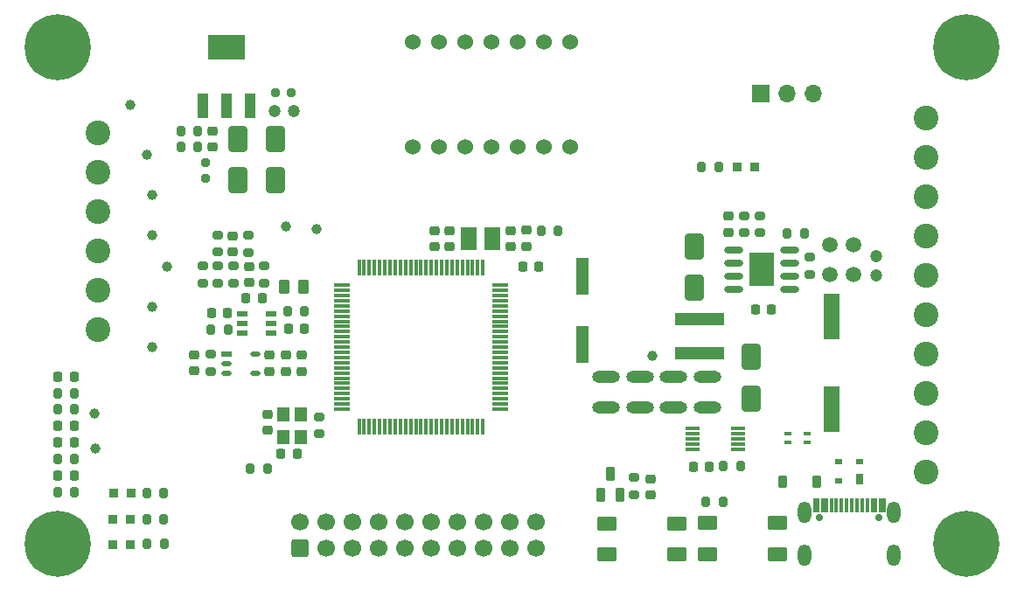
<source format=gbr>
%TF.GenerationSoftware,KiCad,Pcbnew,7.0.9*%
%TF.CreationDate,2025-05-07T10:44:47+08:00*%
%TF.ProjectId,HPM5300RDCRevB,48504d35-3330-4305-9244-43526576422e,REVC*%
%TF.SameCoordinates,Original*%
%TF.FileFunction,Soldermask,Top*%
%TF.FilePolarity,Negative*%
%FSLAX46Y46*%
G04 Gerber Fmt 4.6, Leading zero omitted, Abs format (unit mm)*
G04 Created by KiCad (PCBNEW 7.0.9) date 2025-05-07 10:44:47*
%MOMM*%
%LPD*%
G01*
G04 APERTURE LIST*
G04 Aperture macros list*
%AMRoundRect*
0 Rectangle with rounded corners*
0 $1 Rounding radius*
0 $2 $3 $4 $5 $6 $7 $8 $9 X,Y pos of 4 corners*
0 Add a 4 corners polygon primitive as box body*
4,1,4,$2,$3,$4,$5,$6,$7,$8,$9,$2,$3,0*
0 Add four circle primitives for the rounded corners*
1,1,$1+$1,$2,$3*
1,1,$1+$1,$4,$5*
1,1,$1+$1,$6,$7*
1,1,$1+$1,$8,$9*
0 Add four rect primitives between the rounded corners*
20,1,$1+$1,$2,$3,$4,$5,0*
20,1,$1+$1,$4,$5,$6,$7,0*
20,1,$1+$1,$6,$7,$8,$9,0*
20,1,$1+$1,$8,$9,$2,$3,0*%
G04 Aperture macros list end*
%ADD10RoundRect,0.200000X0.200000X0.275000X-0.200000X0.275000X-0.200000X-0.275000X0.200000X-0.275000X0*%
%ADD11RoundRect,0.225000X0.225000X0.250000X-0.225000X0.250000X-0.225000X-0.250000X0.225000X-0.250000X0*%
%ADD12R,0.750000X0.400000*%
%ADD13C,1.200000*%
%ADD14C,1.000000*%
%ADD15R,1.400000X0.300000*%
%ADD16RoundRect,0.225000X0.250000X-0.225000X0.250000X0.225000X-0.250000X0.225000X-0.250000X-0.225000X0*%
%ADD17C,0.700000*%
%ADD18O,1.301600X2.101600*%
%ADD19RoundRect,0.050000X-0.150000X-0.650000X0.150000X-0.650000X0.150000X0.650000X-0.150000X0.650000X0*%
%ADD20R,0.980000X2.340000*%
%ADD21R,3.600000X2.340000*%
%ADD22RoundRect,0.200000X-0.275000X0.200000X-0.275000X-0.200000X0.275000X-0.200000X0.275000X0.200000X0*%
%ADD23RoundRect,0.225000X-0.250000X0.225000X-0.250000X-0.225000X0.250000X-0.225000X0.250000X0.225000X0*%
%ADD24RoundRect,0.200000X0.275000X-0.200000X0.275000X0.200000X-0.275000X0.200000X-0.275000X-0.200000X0*%
%ADD25C,1.500000*%
%ADD26R,1.016000X0.508000*%
%ADD27O,1.016000X0.508000*%
%ADD28RoundRect,0.250000X-0.650000X1.000000X-0.650000X-1.000000X0.650000X-1.000000X0.650000X1.000000X0*%
%ADD29RoundRect,0.050800X-0.849650X-0.599450X0.849650X-0.599450X0.849650X0.599450X-0.849650X0.599450X0*%
%ADD30C,2.400000*%
%ADD31RoundRect,0.050800X0.400050X-0.400050X0.400050X0.400050X-0.400050X0.400050X-0.400050X-0.400050X0*%
%ADD32R,1.635000X2.160000*%
%ADD33RoundRect,0.225000X-0.225000X-0.250000X0.225000X-0.250000X0.225000X0.250000X-0.225000X0.250000X0*%
%ADD34R,1.700000X1.700000*%
%ADD35O,1.700000X1.700000*%
%ADD36C,0.950000*%
%ADD37R,1.200000X1.400000*%
%ADD38R,1.650000X4.500000*%
%ADD39RoundRect,0.200000X-0.200000X-0.275000X0.200000X-0.275000X0.200000X0.275000X-0.200000X0.275000X0*%
%ADD40RoundRect,0.250000X0.650000X-1.000000X0.650000X1.000000X-0.650000X1.000000X-0.650000X-1.000000X0*%
%ADD41R,4.700000X1.250000*%
%ADD42C,6.400000*%
%ADD43C,1.524000*%
%ADD44RoundRect,0.050800X-0.400050X0.400050X-0.400050X-0.400050X0.400050X-0.400050X0.400050X0.400050X0*%
%ADD45RoundRect,0.225000X-0.225000X-0.375000X0.225000X-0.375000X0.225000X0.375000X-0.225000X0.375000X0*%
%ADD46RoundRect,0.050800X-0.350000X0.625000X-0.350000X-0.625000X0.350000X-0.625000X0.350000X0.625000X0*%
%ADD47RoundRect,0.250000X0.262500X0.450000X-0.262500X0.450000X-0.262500X-0.450000X0.262500X-0.450000X0*%
%ADD48O,1.865000X0.630000*%
%ADD49R,2.400000X3.300000*%
%ADD50RoundRect,0.250000X0.600000X-0.600000X0.600000X0.600000X-0.600000X0.600000X-0.600000X-0.600000X0*%
%ADD51C,1.700000*%
%ADD52O,2.700000X1.150000*%
%ADD53R,0.700000X1.000000*%
%ADD54R,0.700000X0.600000*%
%ADD55RoundRect,0.075000X0.725000X0.075000X-0.725000X0.075000X-0.725000X-0.075000X0.725000X-0.075000X0*%
%ADD56RoundRect,0.075000X0.075000X0.725000X-0.075000X0.725000X-0.075000X-0.725000X0.075000X-0.725000X0*%
%ADD57R,1.260000X3.610000*%
%ADD58R,1.000000X0.550000*%
G04 APERTURE END LIST*
D10*
%TO.C,R51*%
X112820200Y-122060000D03*
X111170200Y-122060000D03*
%TD*%
D11*
%TO.C,C42*%
X134375000Y-121500000D03*
X132825000Y-121500000D03*
%TD*%
D12*
%TO.C,L9*%
X183720200Y-120430000D03*
X181870200Y-120430000D03*
X181870200Y-119630000D03*
X183720200Y-119630000D03*
%TD*%
D13*
%TO.C,C24*%
X190450000Y-104300000D03*
X190450000Y-102400000D03*
%TD*%
D14*
%TO.C,T5*%
X121760000Y-103450000D03*
%TD*%
D15*
%TO.C,U9*%
X177041990Y-121080000D03*
X177041990Y-120580000D03*
X177041990Y-120080000D03*
X177041990Y-119580000D03*
X177041990Y-119080000D03*
X172641990Y-119080000D03*
X172641990Y-119580000D03*
X172641990Y-120080000D03*
X172641990Y-120580000D03*
X172641990Y-121080000D03*
%TD*%
D16*
%TO.C,C17*%
X131715200Y-113560000D03*
X131715200Y-112010000D03*
%TD*%
D11*
%TO.C,C11*%
X112770200Y-123660000D03*
X111220200Y-123660000D03*
%TD*%
D17*
%TO.C,J1*%
X184955200Y-127754050D03*
X190735200Y-127754050D03*
D18*
X183524900Y-127224050D03*
X192165100Y-127224150D03*
X183525000Y-131404050D03*
X192165200Y-131404150D03*
D19*
X184495200Y-126573950D03*
X185295300Y-126573950D03*
X186595300Y-126573950D03*
X187595300Y-126573950D03*
X188095100Y-126573950D03*
X189094900Y-126573950D03*
X190395400Y-126574150D03*
X191195200Y-126573950D03*
X190895200Y-126573950D03*
X190095100Y-126574150D03*
X189595300Y-126573950D03*
X188595300Y-126573950D03*
X187095100Y-126573950D03*
X186095100Y-126573950D03*
X185595300Y-126573950D03*
X184795200Y-126573950D03*
%TD*%
D14*
%TO.C,TP4*%
X168750000Y-112050000D03*
%TD*%
D16*
%TO.C,C28*%
X176100000Y-100100000D03*
X176100000Y-98550000D03*
%TD*%
D10*
%TO.C,R16*%
X131515000Y-123010000D03*
X129865000Y-123010000D03*
%TD*%
D16*
%TO.C,C76*%
X129710200Y-104975000D03*
X129710200Y-103425000D03*
%TD*%
D20*
%TO.C,U17*%
X125225000Y-87870000D03*
X127525000Y-87870000D03*
X129825000Y-87870000D03*
D21*
X127525000Y-82130000D03*
%TD*%
D16*
%TO.C,C58*%
X149175200Y-101475000D03*
X149175200Y-99925000D03*
%TD*%
D10*
%TO.C,R11*%
X124750000Y-91825000D03*
X123100000Y-91825000D03*
%TD*%
D22*
%TO.C,R120*%
X128235200Y-103375000D03*
X128235200Y-105025000D03*
%TD*%
D23*
%TO.C,C64*%
X126225000Y-90275000D03*
X126225000Y-91825000D03*
%TD*%
D24*
%TO.C,R6*%
X179150000Y-100150000D03*
X179150000Y-98500000D03*
%TD*%
D23*
%TO.C,C16*%
X124445200Y-111980000D03*
X124445200Y-113530000D03*
%TD*%
%TO.C,C77*%
X128160200Y-100425000D03*
X128160200Y-101975000D03*
%TD*%
D24*
%TO.C,R114*%
X131200000Y-105025000D03*
X131200000Y-103375000D03*
%TD*%
D22*
%TO.C,R4*%
X184050000Y-102525000D03*
X184050000Y-104175000D03*
%TD*%
D25*
%TO.C,C27*%
X185950000Y-104225000D03*
X185950000Y-101275000D03*
%TD*%
D24*
%TO.C,R111*%
X125235200Y-105025000D03*
X125235200Y-103375000D03*
%TD*%
D26*
%TO.C,U4*%
X127538200Y-111865002D03*
D27*
X127538200Y-112815012D03*
X127538200Y-113764998D03*
X130332200Y-113764998D03*
X130332200Y-111865002D03*
%TD*%
D25*
%TO.C,C25*%
X188275000Y-104225000D03*
X188275000Y-101275000D03*
%TD*%
D28*
%TO.C,D12*%
X128650000Y-91050000D03*
X128650000Y-95050000D03*
%TD*%
D22*
%TO.C,R115*%
X129670200Y-100395000D03*
X129670200Y-102045000D03*
%TD*%
D10*
%TO.C,R13*%
X135115000Y-107760000D03*
X133465000Y-107760000D03*
%TD*%
D29*
%TO.C,SW2*%
X174068900Y-131251100D03*
X180871100Y-131251100D03*
X180871100Y-128248900D03*
X174068900Y-128248900D03*
%TD*%
D30*
%TO.C,J3*%
X195265200Y-123355000D03*
X195265200Y-119545000D03*
X195265200Y-115735000D03*
X195265200Y-111925000D03*
X195265200Y-108115000D03*
X195265200Y-104305000D03*
X195265200Y-100495000D03*
X195265200Y-96685000D03*
X195265200Y-92875000D03*
X195265200Y-89065000D03*
%TD*%
D10*
%TO.C,R32*%
X177290200Y-122760000D03*
X175640200Y-122760000D03*
%TD*%
D24*
%TO.C,R2*%
X126035200Y-113580000D03*
X126035200Y-111930000D03*
%TD*%
D31*
%TO.C,LED4*%
X118250900Y-127900000D03*
X116549100Y-127900000D03*
%TD*%
D32*
%TO.C,L4*%
X153318000Y-100725000D03*
X150982000Y-100725000D03*
%TD*%
D16*
%TO.C,C5*%
X168630000Y-125505000D03*
X168630000Y-123955000D03*
%TD*%
%TO.C,C56*%
X147695200Y-101475000D03*
X147695200Y-99925000D03*
%TD*%
D33*
%TO.C,C34*%
X156215000Y-103420000D03*
X157765000Y-103420000D03*
%TD*%
D14*
%TO.C,T4*%
X120360000Y-111210000D03*
%TD*%
D34*
%TO.C,J5*%
X179245000Y-86700000D03*
D35*
X181785000Y-86700000D03*
X184325000Y-86700000D03*
%TD*%
D36*
%TO.C,C2*%
X132275000Y-86550000D03*
X133825000Y-86550000D03*
%TD*%
D14*
%TO.C,T6*%
X119800000Y-92550000D03*
%TD*%
D24*
%TO.C,R113*%
X126730200Y-102025000D03*
X126730200Y-100375000D03*
%TD*%
D37*
%TO.C,X1*%
X134760000Y-119920000D03*
X134760000Y-117720000D03*
X133060000Y-117720000D03*
X133060000Y-119920000D03*
%TD*%
D16*
%TO.C,C37*%
X155100000Y-101465000D03*
X155100000Y-99915000D03*
%TD*%
D14*
%TO.C,T9*%
X120360000Y-96510000D03*
%TD*%
D13*
%TO.C,C71*%
X132200000Y-88325000D03*
X134100000Y-88325000D03*
%TD*%
D38*
%TO.C,C23*%
X186150000Y-108225000D03*
X186150000Y-117225000D03*
%TD*%
D39*
%TO.C,R38*%
X119845000Y-130290000D03*
X121495000Y-130290000D03*
%TD*%
%TO.C,R1*%
X126060200Y-109560000D03*
X127710200Y-109560000D03*
%TD*%
D40*
%TO.C,D10*%
X178325000Y-116175000D03*
X178325000Y-112175000D03*
%TD*%
D33*
%TO.C,C29*%
X178750000Y-107600000D03*
X180300000Y-107600000D03*
%TD*%
D28*
%TO.C,D11*%
X132325000Y-91025000D03*
X132325000Y-95025000D03*
%TD*%
D41*
%TO.C,L2*%
X173325000Y-108525000D03*
X173325000Y-111775000D03*
%TD*%
D14*
%TO.C,T3*%
X120360000Y-107300000D03*
%TD*%
D24*
%TO.C,R19*%
X167030000Y-125515000D03*
X167030000Y-123865000D03*
%TD*%
D11*
%TO.C,C12*%
X112770200Y-114060000D03*
X111220200Y-114060000D03*
%TD*%
D42*
%TO.C,FID2*%
X199175200Y-82153000D03*
%TD*%
D43*
%TO.C,LED6*%
X145575200Y-91820000D03*
X148115200Y-91820000D03*
X150655200Y-91820000D03*
X153195200Y-91820000D03*
X155735200Y-91820000D03*
X158275200Y-91820000D03*
X160815200Y-91820000D03*
X160815200Y-81660000D03*
X158275200Y-81660000D03*
X155735200Y-81660000D03*
X153195200Y-81660000D03*
X150655200Y-81660000D03*
X148115200Y-81660000D03*
X145575200Y-81660000D03*
%TD*%
D14*
%TO.C,T2*%
X114840000Y-121030000D03*
%TD*%
D44*
%TO.C,LED1*%
X176949100Y-93800000D03*
X178650900Y-93800000D03*
%TD*%
D10*
%TO.C,R9*%
X175625000Y-126170000D03*
X173975000Y-126170000D03*
%TD*%
D14*
%TO.C,T10*%
X133275000Y-99500000D03*
%TD*%
D33*
%TO.C,C26*%
X133515000Y-109400000D03*
X135065000Y-109400000D03*
%TD*%
D45*
%TO.C,D2*%
X181377700Y-124220000D03*
X184677700Y-124220000D03*
%TD*%
D30*
%TO.C,J4*%
X115095200Y-90475000D03*
X115095200Y-94285000D03*
X115095200Y-98095000D03*
X115095200Y-101905000D03*
X115095200Y-105715000D03*
X115095200Y-109525000D03*
%TD*%
D33*
%TO.C,C4*%
X126110200Y-107920000D03*
X127660200Y-107920000D03*
%TD*%
D23*
%TO.C,C41*%
X131520000Y-117695000D03*
X131520000Y-119245000D03*
%TD*%
D46*
%TO.C,D3*%
X163753800Y-125522450D03*
X165653800Y-125522450D03*
X164703800Y-123522450D03*
%TD*%
D31*
%TO.C,LED5*%
X118270000Y-130330000D03*
X116568200Y-130330000D03*
%TD*%
D47*
%TO.C,L6*%
X134952500Y-105370000D03*
X133127500Y-105370000D03*
%TD*%
D39*
%TO.C,R14*%
X173550000Y-93750000D03*
X175200000Y-93750000D03*
%TD*%
%TO.C,R34*%
X119825000Y-125390000D03*
X121475000Y-125390000D03*
%TD*%
%TO.C,R57*%
X111170200Y-125260000D03*
X112820200Y-125260000D03*
%TD*%
D14*
%TO.C,T11*%
X136300000Y-99800000D03*
%TD*%
D48*
%TO.C,U3*%
X182032000Y-105585000D03*
X182032000Y-104315000D03*
X182032000Y-103045000D03*
X182032000Y-101775000D03*
X176668000Y-101775000D03*
X176668000Y-103045000D03*
X176668000Y-104315000D03*
X176668000Y-105585000D03*
D49*
X179350000Y-103680000D03*
%TD*%
D10*
%TO.C,R12*%
X124750000Y-90300000D03*
X123100000Y-90300000D03*
%TD*%
D50*
%TO.C,J2*%
X134620000Y-130650000D03*
D51*
X134620000Y-128110000D03*
X137160000Y-130650000D03*
X137160000Y-128110000D03*
X139700000Y-130650000D03*
X139700000Y-128110000D03*
X142240000Y-130650000D03*
X142240000Y-128110000D03*
X144780000Y-130650000D03*
X144780000Y-128110000D03*
X147320000Y-130650000D03*
X147320000Y-128110000D03*
X149860000Y-130650000D03*
X149860000Y-128110000D03*
X152400000Y-130650000D03*
X152400000Y-128110000D03*
X154940000Y-130650000D03*
X154940000Y-128110000D03*
X157480000Y-130650000D03*
X157480000Y-128110000D03*
%TD*%
D10*
%TO.C,R5*%
X183475000Y-100175000D03*
X181825000Y-100175000D03*
%TD*%
D52*
%TO.C,C35*%
X170825000Y-114075000D03*
X170825000Y-117025000D03*
%TD*%
D11*
%TO.C,C10*%
X112770200Y-118860000D03*
X111220200Y-118860000D03*
%TD*%
D14*
%TO.C,T8*%
X120360000Y-100340000D03*
%TD*%
D33*
%TO.C,C3*%
X172720200Y-122790000D03*
X174270200Y-122790000D03*
%TD*%
%TO.C,C31*%
X129440000Y-106450000D03*
X130990000Y-106450000D03*
%TD*%
D14*
%TO.C,T7*%
X118225000Y-87800000D03*
%TD*%
D42*
%TO.C,FID3*%
X199175200Y-130270000D03*
%TD*%
D40*
%TO.C,D9*%
X172825000Y-105475000D03*
X172825000Y-101475000D03*
%TD*%
D10*
%TO.C,R52*%
X112820200Y-117260000D03*
X111170200Y-117260000D03*
%TD*%
%TO.C,R21*%
X159650000Y-99975000D03*
X158000000Y-99975000D03*
%TD*%
D14*
%TO.C,T1*%
X114790000Y-117620000D03*
%TD*%
D22*
%TO.C,R112*%
X126730200Y-103375000D03*
X126730200Y-105025000D03*
%TD*%
%TO.C,R10*%
X177625000Y-98500000D03*
X177625000Y-100150000D03*
%TD*%
D53*
%TO.C,U8*%
X188835200Y-123980000D03*
D54*
X188835200Y-122280000D03*
X186835200Y-122280000D03*
X186835200Y-124180000D03*
%TD*%
D55*
%TO.C,U1*%
X154050200Y-117220000D03*
X154050200Y-116720000D03*
X154050200Y-116220000D03*
X154050200Y-115720000D03*
X154050200Y-115220000D03*
X154050200Y-114720000D03*
X154050200Y-114220000D03*
X154050200Y-113720000D03*
X154050200Y-113220000D03*
X154050200Y-112720000D03*
X154050200Y-112220000D03*
X154050200Y-111720000D03*
X154050200Y-111220000D03*
X154050200Y-110720000D03*
X154050200Y-110220000D03*
X154050200Y-109720000D03*
X154050200Y-109220000D03*
X154050200Y-108720000D03*
X154050200Y-108220000D03*
X154050200Y-107720000D03*
X154050200Y-107220000D03*
X154050200Y-106720000D03*
X154050200Y-106220000D03*
X154050200Y-105720000D03*
X154050200Y-105220000D03*
D56*
X152375200Y-103545000D03*
X151875200Y-103545000D03*
X151375200Y-103545000D03*
X150875200Y-103545000D03*
X150375200Y-103545000D03*
X149875200Y-103545000D03*
X149375200Y-103545000D03*
X148875200Y-103545000D03*
X148375200Y-103545000D03*
X147875200Y-103545000D03*
X147375200Y-103545000D03*
X146875200Y-103545000D03*
X146375200Y-103545000D03*
X145875200Y-103545000D03*
X145375200Y-103545000D03*
X144875200Y-103545000D03*
X144375200Y-103545000D03*
X143875200Y-103545000D03*
X143375200Y-103545000D03*
X142875200Y-103545000D03*
X142375200Y-103545000D03*
X141875200Y-103545000D03*
X141375200Y-103545000D03*
X140875200Y-103545000D03*
X140375200Y-103545000D03*
D55*
X138700200Y-105220000D03*
X138700200Y-105720000D03*
X138700200Y-106220000D03*
X138700200Y-106720000D03*
X138700200Y-107220000D03*
X138700200Y-107720000D03*
X138700200Y-108220000D03*
X138700200Y-108720000D03*
X138700200Y-109220000D03*
X138700200Y-109720000D03*
X138700200Y-110220000D03*
X138700200Y-110720000D03*
X138700200Y-111220000D03*
X138700200Y-111720000D03*
X138700200Y-112220000D03*
X138700200Y-112720000D03*
X138700200Y-113220000D03*
X138700200Y-113720000D03*
X138700200Y-114220000D03*
X138700200Y-114720000D03*
X138700200Y-115220000D03*
X138700200Y-115720000D03*
X138700200Y-116220000D03*
X138700200Y-116720000D03*
X138700200Y-117220000D03*
D56*
X140375200Y-118895000D03*
X140875200Y-118895000D03*
X141375200Y-118895000D03*
X141875200Y-118895000D03*
X142375200Y-118895000D03*
X142875200Y-118895000D03*
X143375200Y-118895000D03*
X143875200Y-118895000D03*
X144375200Y-118895000D03*
X144875200Y-118895000D03*
X145375200Y-118895000D03*
X145875200Y-118895000D03*
X146375200Y-118895000D03*
X146875200Y-118895000D03*
X147375200Y-118895000D03*
X147875200Y-118895000D03*
X148375200Y-118895000D03*
X148875200Y-118895000D03*
X149375200Y-118895000D03*
X149875200Y-118895000D03*
X150375200Y-118895000D03*
X150875200Y-118895000D03*
X151375200Y-118895000D03*
X151875200Y-118895000D03*
X152375200Y-118895000D03*
%TD*%
D16*
%TO.C,C18*%
X133275200Y-113560000D03*
X133275200Y-112010000D03*
%TD*%
D52*
%TO.C,C52*%
X174093888Y-114075000D03*
X174093888Y-117025000D03*
%TD*%
%TO.C,C33*%
X167556112Y-114075000D03*
X167556112Y-117025000D03*
%TD*%
D57*
%TO.C,C78*%
X162000000Y-104355000D03*
X162000000Y-110945000D03*
%TD*%
D39*
%TO.C,R36*%
X119815000Y-127890000D03*
X121465000Y-127890000D03*
%TD*%
D16*
%TO.C,C39*%
X156600000Y-101450000D03*
X156600000Y-99900000D03*
%TD*%
D42*
%TO.C,FID4*%
X111175200Y-130270000D03*
%TD*%
D39*
%TO.C,R59*%
X111170200Y-115660000D03*
X112820200Y-115660000D03*
%TD*%
D58*
%TO.C,U2*%
X129045200Y-107980000D03*
X129045200Y-108930000D03*
X129045200Y-109880000D03*
X131845200Y-109880000D03*
X131845200Y-108930000D03*
X131845200Y-107980000D03*
%TD*%
D42*
%TO.C,FID1*%
X111175200Y-82153000D03*
%TD*%
D52*
%TO.C,C30*%
X164287222Y-114075000D03*
X164287222Y-117025000D03*
%TD*%
D11*
%TO.C,C9*%
X112770200Y-120460000D03*
X111220200Y-120460000D03*
%TD*%
D31*
%TO.C,LED3*%
X118350000Y-125330000D03*
X116648200Y-125330000D03*
%TD*%
D16*
%TO.C,C32*%
X134785200Y-113560000D03*
X134785200Y-112010000D03*
%TD*%
D24*
%TO.C,R33*%
X136530000Y-119615000D03*
X136530000Y-117965000D03*
%TD*%
D29*
%TO.C,SW3*%
X164358900Y-131301100D03*
X171161100Y-131301100D03*
X171161100Y-128298900D03*
X164358900Y-128298900D03*
%TD*%
D36*
%TO.C,C88*%
X125525000Y-94875000D03*
X125525000Y-93325000D03*
%TD*%
M02*

</source>
